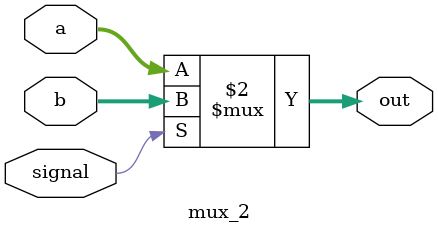
<source format=v>
module mux_2(
    input          signal,
    input  [31: 0] a, b,
    output [31: 0] out
);
    assign out = (signal == 0) ? a : b;
endmodule
</source>
